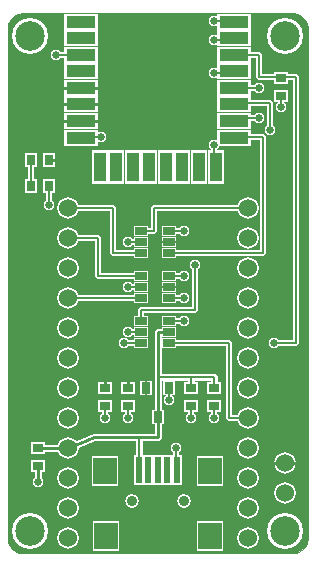
<source format=gtl>
%FSTAX24Y24*%
%MOIN*%
%IN LAYER1.GBR *%
%ADD10C,0.0010*%
%ADD11C,0.0030*%
%ADD12C,0.0070*%
%ADD13C,0.0080*%
%ADD14C,0.0100*%
%ADD15C,0.0210*%
%ADD16C,0.0220*%
%ADD17C,0.0240*%
%ADD18C,0.0250*%
%ADD19C,0.0350*%
%ADD20C,0.0370*%
%ADD21C,0.0470*%
%ADD22C,0.0600*%
%ADD23C,0.0720*%
%ADD24C,0.0984*%
%ADD25C,0.1204*%
%ADD26R,0.0197X0.0906*%
%ADD27R,0.0280X0.0380*%
%ADD28R,0.0280X0.0390*%
%ADD29R,0.0317X0.1026*%
%ADD30R,0.0380X0.0280*%
%ADD31R,0.0390X0.0260*%
%ADD32R,0.0394X0.0965*%
%ADD33R,0.0400X0.0500*%
%ADD34R,0.0400X0.0510*%
%ADD35R,0.0500X0.0400*%
%ADD36R,0.0510X0.0380*%
%ADD37R,0.0554X0.1125*%
%ADD38R,0.0787X0.0866*%
%ADD39R,0.0907X0.0986*%
%ADD40R,0.0965X0.0394*%
%ADD41R,0.1125X0.0554*%
D10*Y009D02*G01Y0005D01*X000017Y000371D01*X000067Y00025D01*
X000146Y000146D01*X00025Y000067D01*X000371Y000017D01*X0005Y0D01*
X0095D01*X009629Y000017D01*X00975Y000067D01*X009854Y000146D01*
X009933Y00025D01*X009983Y000371D01*X01Y0005D01*Y0175D01*
X009983Y017629D01*X009933Y01775D01*X009854Y017854D01*X00975Y017933D01*
X009629Y017983D01*X0095Y018D01*X0005D01*X000371Y017983D01*
X00025Y017933D01*X000146Y017854D01*X000067Y01775D01*X000017Y017629D01*
X0Y0175D01*Y009D01*G36*G01Y0005D01*X000017Y000371D01*X000067Y00025D01*
X000146Y000146D01*X00025Y000067D01*X000371Y000017D01*X0005Y0D01*
X0095D01*X009629Y000017D01*X00975Y000067D01*X009854Y000146D01*
X009933Y00025D01*X009983Y000371D01*X01Y0005D01*Y0175D01*
X009983Y017629D01*X009933Y01775D01*X009854Y017854D01*X00975Y017933D01*
X009629Y017983D01*X0095Y018D01*X0005D01*X000371Y017983D01*
X00025Y017933D01*X000146Y017854D01*X000067Y01775D01*X000017Y017629D01*
X0Y0175D01*Y009D01*G37*
%LPC*%
D29*X005009Y002774D03*X005639D03*X004379D03*D21*X005875Y00175D03*
X004143D03*D39*X006741Y000569D03*X003277D03*D29*X005324Y002774D03*D39*
X006761Y002734D03*X003257D03*D29*X004694Y002774D03*D20*
X001375Y011625D03*D41*X002441Y017718D03*D37*X003622Y012875D03*
X004173D03*X004724D03*X005276D03*X005827D03*X006378D03*X006929D03*D41*
X007559Y013859D03*Y01441D03*Y014962D03*X002441Y017166D03*
X007559Y015513D03*Y016064D03*Y016615D03*Y017166D03*Y017718D03*
X002441Y016615D03*Y016064D03*Y015513D03*Y014962D03*Y01441D03*
Y013859D03*D37*X003071Y012875D03*D35*X00325Y0049D03*Y0055D03*D20*
X001Y002375D03*X006875Y016D03*D35*X006125Y0049D03*Y0055D03*D20*
X005375Y005125D03*D23*X00925Y003D03*D20*X005875Y01075D03*
X004Y010375D03*D35*X006875Y0049D03*Y0055D03*D33*X000775Y01225D03*
X001375D03*D23*X008Y0075D03*Y0085D03*Y0095D03*Y0115D03*Y0105D03*
X002Y0075D03*Y0085D03*Y0095D03*X008Y0025D03*X002Y0065D03*D20*
X004Y008875D03*Y007375D03*D25*X00925Y01725D03*Y00075D03*
X00075Y01725D03*Y00075D03*D23*X008Y0005D03*Y0015D03*Y0035D03*Y0045D03*
Y0055D03*X002Y0015D03*Y0025D03*Y0035D03*Y0045D03*Y0005D03*X008Y0065D03*
D35*X004Y0049D03*Y0055D03*D20*X006875Y0045D03*D23*X002Y0055D03*
Y0115D03*Y0105D03*D20*X005875Y00775D03*Y00925D03*D34*X005365Y0055D03*
X004995Y00456D03*X004625Y0055D03*D20*X005875Y0085D03*D23*X00925Y002D03*
D20*X008875Y007D03*X00325Y0045D03*X003875Y007D03*D33*X000775Y013125D03*
X001375D03*D20*X004Y0045D03*D35*X009125Y01525D03*Y01585D03*D20*
X006125Y0045D03*D36*X004435Y00775D03*Y00738D03*Y00701D03*X005375D03*
Y00738D03*Y00775D03*X004435Y01075D03*Y01038D03*Y01001D03*X005375D03*
Y01038D03*Y01075D03*X004435Y00925D03*Y00888D03*Y00851D03*X005375D03*
Y00888D03*Y00925D03*D20*X001625Y016625D03*X008375Y0145D03*
X00625Y009625D03*X003125Y013875D03*X008375Y0155D03*X006875Y01775D03*
Y013625D03*X00875Y014125D03*X006875Y017125D03*X005625Y0035D03*D35*
X001Y0029D03*Y0035D03*D20*X009125Y014875D03*D16*X004375Y002875D02*
G01Y003875D01*D15*X001375Y011625D02*Y01225D01*X000775Y013125D02*
Y01225D01*X008Y0115D02*X004875D01*Y01075D01*X004435D01*X002Y0115D02*
X0035D01*Y01D01*X004435Y01001D01*X005375Y01D02*X0085D01*Y013875D01*
X007625D01*X005875Y01075D02*X005375D01*X004375Y010375D02*X004D01*
X00444Y00887D02*X004Y008875D01*X00444Y00737D02*X004Y007375D01*
X005375Y005125D02*X00537Y00544D01*X002Y0105D02*X003D01*Y00925D01*
X004435D01*X0045Y0085D02*X002D01*X002125Y008375D01*X005875Y00775D02*
X005375D01*X008Y0045D02*X007375D01*Y00701D01*X005375D01*
X005875Y00925D02*X005375D01*X005875Y0085D02*X005375D01*
X004435Y00775D02*Y008125D01*X00625D01*Y009625D01*X008375Y016625D02*
Y015875D01*X009625D01*Y007D01*X008875D01*X003875D02*X004435Y00701D01*
D17*X005Y003875D02*Y007375D01*X005375D01*X005Y003875D02*X002875D01*
X002Y0035D01*D15*X004Y0045D02*Y0049D01*X006125Y0045D02*Y0049D01*D16*
Y0055D02*Y005875D01*X006875D01*Y0055D01*X006125Y005875D02*X005D01*D15*
X00325Y0045D02*Y0049D01*X006875Y0045D02*Y0049D01*X001625Y016625D02*
X002125D01*X008375Y0155D02*X007875D01*X00875Y014125D02*Y015D01*
X007875D01*X008375Y016625D02*X007875D01*X008375Y0145D02*X007875D01*
X006875Y01775D02*X007375D01*X006875Y017125D02*X00725D01*X006875Y016D02*
X00725D01*X006875Y013625D02*Y013125D01*X003125Y013875D02*X00275D01*
X005625Y0035D02*Y003D01*D17*X001Y002375D02*Y002875D01*X002125Y0035D02*
X001D01*D15*X009125Y014875D02*Y01525D01*
%LPD*%
D26*X005009Y002774D03*X005639D03*X004379D03*D19*X005875Y00175D03*
X004143D03*D38*X006741Y000569D03*X003277D03*D26*X005324Y002774D03*D38*
X006761Y002734D03*X003257D03*D26*X004694Y002774D03*D18*
X001375Y011625D03*D40*X002441Y017718D03*D32*X003622Y012875D03*
X004173D03*X004724D03*X005276D03*X005827D03*X006378D03*X006929D03*D40*
X007559Y013859D03*Y01441D03*Y014962D03*X002441Y017166D03*
X007559Y015513D03*Y016064D03*Y016615D03*Y017166D03*Y017718D03*
X002441Y016615D03*Y016064D03*Y015513D03*D14*X001959D02*X001879D01*
X002923D02*X003003D01*D40*X002441Y014962D03*D14*X001959D02*X001879D01*
X002923D02*X003003D01*D40*X002441Y01441D03*D14*X001959D02*X001879D01*
X002923D02*X003003D01*D40*X002441Y013859D03*D32*X003071Y012875D03*D30*
X00325Y0049D03*Y0055D03*D14*Y00564D02*Y0057D01*D18*X001Y002375D03*
X006875Y016D03*D30*X006125Y0049D03*Y0055D03*D18*X005375Y005125D03*D22*
X00925Y003D03*D14*X00895D02*X00889D01*X00955D02*X00961D01*D18*
X005875Y01075D03*X004Y010375D03*D30*X006875Y0049D03*Y0055D03*D27*
X000775Y01225D03*X001375D03*D22*X008Y0075D03*Y0085D03*Y0095D03*
Y0115D03*Y0105D03*X002Y0075D03*Y0085D03*Y0095D03*X008Y0025D03*
X002Y0065D03*D18*X004Y008875D03*Y007375D03*D24*X00925Y01725D03*
Y00075D03*X00075Y01725D03*Y00075D03*D22*X008Y0005D03*Y0015D03*Y0035D03*
Y0045D03*Y0055D03*X002Y0015D03*Y0025D03*Y0035D03*Y0045D03*Y0005D03*
X008Y0065D03*D30*X004Y0049D03*Y0055D03*D14*Y00564D02*Y0057D01*D18*
X006875Y0045D03*D22*X002Y0055D03*Y0115D03*Y0105D03*D18*
X005875Y00775D03*Y00925D03*D28*X005365Y0055D03*X004995Y00456D03*
X004625Y0055D03*D13*Y005695D02*Y005755D01*Y005305D02*Y005245D01*D18*
X005875Y0085D03*D22*X00925Y002D03*D18*X008875Y007D03*X00325Y0045D03*
X003875Y007D03*D27*X000775Y013125D03*X001375D03*D14*X001515D02*
X001575D01*D18*X004Y0045D03*D30*X009125Y01525D03*Y01585D03*D18*
X006125Y0045D03*D31*X004435Y00775D03*Y00738D03*Y00701D03*X005375D03*
Y00738D03*Y00775D03*X004435Y01075D03*Y01038D03*Y01001D03*X005375D03*
Y01038D03*D13*X00518D02*X00512D01*X00557D02*X00563D01*D31*
X005375Y01075D03*X004435Y00925D03*Y00888D03*Y00851D03*X005375D03*
Y00888D03*D13*X00518D02*X00512D01*X00557D02*X00563D01*D31*
X005375Y00925D03*D18*X001625Y016625D03*X008375Y0145D03*
X00625Y009625D03*X003125Y013875D03*X008375Y0155D03*X006875Y01775D03*
Y013625D03*X00875Y014125D03*X006875Y017125D03*X005625Y0035D03*D30*
X001Y0029D03*Y0035D03*D18*X009125Y014875D03*D13*X004375Y002875D02*
Y003875D01*D12*X001375Y011625D02*Y01225D01*X000775Y013125D02*Y01225D01*
X008Y0115D02*X004875D01*Y01075D01*X004435D01*X002Y0115D02*X0035D01*
Y01D01*X004435Y01001D01*X005375Y01D02*X0085D01*Y013875D01*X007625D01*
X005875Y01075D02*X005375D01*X004375Y010375D02*X004D01*X00444Y00887D02*
X004Y008875D01*X00444Y00737D02*X004Y007375D01*X005375Y005125D02*
X00537Y00544D01*X002Y0105D02*X003D01*Y00925D01*X004435D01*
X0045Y0085D02*X002D01*X002125Y008375D01*X005875Y00775D02*X005375D01*
X008Y0045D02*X007375D01*Y00701D01*X005375D01*X005875Y00925D02*
X005375D01*X005875Y0085D02*X005375D01*X004435Y00775D02*Y008125D01*
X00625D01*Y009625D01*X008375Y016625D02*Y015875D01*X009625D01*Y007D01*
X008875D01*X003875D02*X004435Y00701D01*D14*X005Y003875D02*Y007375D01*
X005375D01*X005Y003875D02*X002875D01*X002Y0035D01*D12*X004Y0045D02*
Y0049D01*X006125Y0045D02*Y0049D01*D13*Y0055D02*Y005875D01*X006875D01*
Y0055D01*X006125Y005875D02*X005D01*D12*X00325Y0045D02*Y0049D01*
X006875Y0045D02*Y0049D01*X001625Y016625D02*X002125D01*X008375Y0155D02*
X007875D01*X00875Y014125D02*Y015D01*X007875D01*X008375Y016625D02*
X007875D01*X008375Y0145D02*X007875D01*X006875Y01775D02*X007375D01*
X006875Y017125D02*X00725D01*X006875Y016D02*X00725D01*X006875Y013625D02*
Y013125D01*X003125Y013875D02*X00275D01*X005625Y0035D02*Y003D01*D14*
X001Y002375D02*Y002875D01*X002125Y0035D02*X001D01*D12*
X009125Y014875D02*Y01525D01*
M02*
</source>
